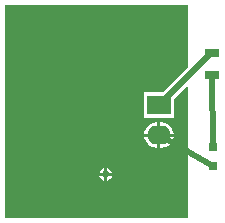
<source format=gbl>
G04*
G04 #@! TF.GenerationSoftware,Altium Limited,Altium Designer,20.0.13 (296)*
G04*
G04 Layer_Physical_Order=2*
G04 Layer_Color=16711680*
%FSLAX44Y44*%
%MOMM*%
G71*
G01*
G75*
%ADD13R,0.8000X0.8000*%
%ADD14R,1.3000X0.7000*%
%ADD19C,0.5000*%
%ADD20R,2.0000X1.6000*%
%ADD21O,2.0000X1.6000*%
%ADD22C,0.6000*%
G36*
X165000Y137930D02*
X143069Y116000D01*
X127000D01*
Y94000D01*
X153000D01*
Y110070D01*
X163827Y120896D01*
X165000Y120410D01*
Y10000D01*
X10000D01*
Y190000D01*
X165000D01*
Y137930D01*
D02*
G37*
%LPC*%
G36*
X142000Y90631D02*
X141270D01*
Y81270D01*
X152464D01*
X152269Y82752D01*
X151207Y85316D01*
X149517Y87517D01*
X147316Y89207D01*
X144752Y90269D01*
X142000Y90631D01*
D02*
G37*
G36*
X138730D02*
X138000D01*
X135248Y90269D01*
X132684Y89207D01*
X130483Y87517D01*
X128793Y85316D01*
X127731Y82752D01*
X127536Y81270D01*
X138730D01*
Y90631D01*
D02*
G37*
G36*
X152464Y78730D02*
X141270D01*
Y69369D01*
X142000D01*
X144752Y69731D01*
X147316Y70793D01*
X149517Y72483D01*
X151207Y74685D01*
X152269Y77249D01*
X152464Y78730D01*
D02*
G37*
G36*
X138730D02*
X127536D01*
X127731Y77249D01*
X128793Y74685D01*
X130483Y72483D01*
X132684Y70793D01*
X135248Y69731D01*
X138000Y69369D01*
X138730D01*
Y78730D01*
D02*
G37*
G36*
X96270Y52146D02*
Y48020D01*
X100396D01*
X100218Y48912D01*
X98994Y50744D01*
X97162Y51969D01*
X96270Y52146D01*
D02*
G37*
G36*
X93730D02*
X92838Y51969D01*
X91006Y50744D01*
X89781Y48912D01*
X89604Y48020D01*
X93730D01*
Y52146D01*
D02*
G37*
G36*
X100396Y45480D02*
X96270D01*
Y41354D01*
X97162Y41531D01*
X98994Y42756D01*
X100218Y44588D01*
X100396Y45480D01*
D02*
G37*
G36*
X93730D02*
X89604D01*
X89781Y44588D01*
X91006Y42756D01*
X92838Y41531D01*
X93730Y41354D01*
Y45480D01*
D02*
G37*
%LPD*%
D13*
X186000Y53500D02*
D03*
Y70000D02*
D03*
D14*
X185000Y130500D02*
D03*
Y149500D02*
D03*
D19*
X140000Y80000D02*
X186000Y53500D01*
X185000Y130500D02*
X186000Y70000D01*
X140000Y105000D02*
X185000Y150000D01*
D20*
X140000Y105000D02*
D03*
D21*
Y80000D02*
D03*
D22*
X95000Y46750D02*
D03*
M02*

</source>
